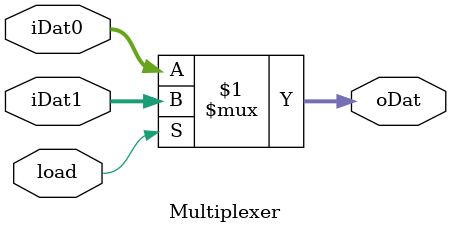
<source format=v>
module Multiplexer #(parameter width = 5, parameter sel = 1)(
	input [width-1:0]iDat1, iDat0,
	input [sel-1:0]load,
	output [width-1:0]oDat
);

	assign oDat = load ? iDat1 : iDat0;
	
endmodule

</source>
